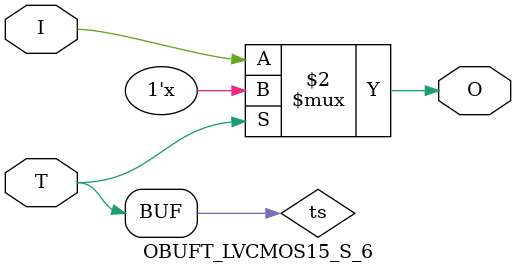
<source format=v>

/*

FUNCTION	: TRI-STATE OUTPUT BUFFER

*/

`celldefine
`timescale  100 ps / 10 ps

module OBUFT_LVCMOS15_S_6 (O, I, T);

    output O;

    input  I, T;

    or O1 (ts, 1'b0, T);
    bufif0 T1 (O, I, ts);

endmodule

</source>
